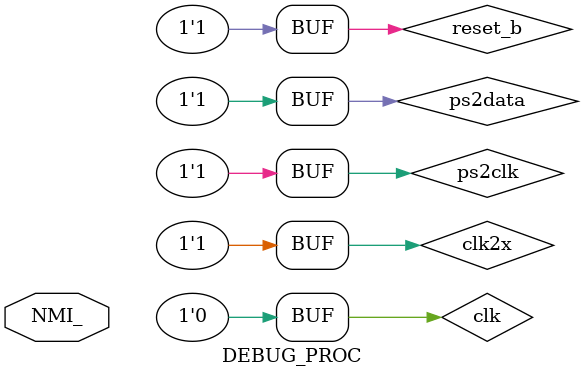
<source format=v>
module DEBUG_PROC(NMI_);

input NMI_;
wire INT_;

reg clk, clk2x, reset_b;

// data mem interface
wire WAIT_b;
wire WR_, RD_, MREQ_, IORQ_;
wire [7:0] Data_CPU_other;
wire [7:0] Data_other_CPU;
wire [15:0] Addr;

// fetch mem interface
wire WAIT_F_b;
wire Flush_b, FHRQ_b;
wire [7:0] Data_F;
wire [15:0] Addr_F;

// debug
wire [38:0] DEBUG_uop;
wire [15:0] DEBUG_seqNPC;
wire [223:0] DEBUG_RF_dump;
wire DEBUG_pipe_stall, DEBUG_taken;
wire [15:0] DEBUG_Addr;
wire [7:0] DEBUG_Rdata, DEBUG_Wdata;
wire [38:0] DEBUG_uop_xlator;
wire [8*34-1:0] outstring_xlator;

// memory
	// left bank memory signals --
	wire [18:0] la;
	wire [7:0] ld;		// tristate in/out data port
	wire lceb, loeb, lweb;
	
	// right bank memory signals --
	wire [18:0] ra;
	wire [7:0] rd; 	// tristate in/out data port
	wire rceb, roeb, rweb;
		
	wire [13:0] Addr_VDP_MPU;	// Addr bus from VDP to MPU
	wire [7:0] Data_VDP_MPU;	// Data bus from VDP to MPU
	wire [7:0] Data_MPU_VDP;	// Data bus from MPU to VDP
	wire RD_VDP_b, WR_VDP_b, WAIT_VDP_MPU_b; // read/write/wait between VDP and MPU
	
	wire WAIT_MPU_b, WAIT_VDP_b;	// wait from MPU and VDP to CPU
	assign WAIT_b = WAIT_MPU_b & WAIT_VDP_b;	// wait goes into CPU

	// VDP *******************************************************
	//assign Addr_VDP_MPU = 14'b0;
	//assign Data_VDP_MPU = 8'b0;
	// Data_MPU_VDP;
	//assign RD_VDP_b = 1;
	//assign WR_VDP_b = 1;
	// WAIT_VDP_MPU_b;
	//assign WAIT_VDP_b = 1;
	
	//assign rceb = 1;
	//assign roeb = 1;
	//assign rweb = 1;
	//assign ra = 19'b0;
	//assign rd = 8'bz;

	wire hsyncb,vsyncb,blankb,pixelclk,wrb, rdb,trste;
	wire	[7:0]	d;
	wire	[2:0]	rs;
	wire    [7:0]   NULL0, NULL1;
	VDP_top_level VDP_top_inst(.clk(clk),
	.clk2x(clk2x),
	.reset_(reset_b),
	.IN_DATA(Data_MPU_VDP),
	.wait_M_(WAIT_VDP_MPU_b),
	.CPU_Addr(Addr),
	.CPU_Data(Data_CPU_other),
	.CPU_Data_out(Data_other_CPU/*NULL0*/),
        .IORQ_(IORQ_),
        .WR_(WR_),
        .RD_(RD_),
        .addr_M(Addr_VDP_MPU),
        .WR_Mb(WR_VDP_b),
	.RD_Mb(RD_VDP_b),
	.DATA_WR(Data_VDP_MPU),
	.WAIT_(WAIT_VDP_b),
	.INT_(INT_),
	.hsyncb(hsyncb),
	.vsyncb(vsyncb),
	.blankb(blankb),
	.pixelclk(pixelclk),		//RAMDAC
	.wrb(wrb),
	.rdb(rdb),
	.rs(rs),
	.d(d),
	.trste(trste),				//RAMDAC
	.OEb(roeb),
	.CEb(rceb),
	.WEb(rweb),
	.R_DATA(rd),
	.RIGHT_ADDR(ra)
	);	

//*************************************************************************** processor
Processor PROC  (.CLK(clk), .RESET_B(reset_b), .WAIT_B(WAIT_b)
                , .WR_B(WR_), .RD_B(RD_), .MREQ_B(MREQ_)
                , .IORQ_B(IORQ_), .NMI_B(NMI_), .INT_B(INT_)
                , .DATA_OUT(Data_CPU_other), .DATA_IN(Data_other_CPU), .ADDR(Addr)
                 // fetch side signals
                , .WAIT_F_B(WAIT_F_b), .FLUSH_B(Flush_b), .FHRQ_B(FHRQ_b)
                , .DATA_FETCH(Data_F), .ADDR_FETCH(Addr_F)
// debug
, .DEBUG_UOP_OUT(DEBUG_uop), .DEBUG_SEQNPC_OUT(DEBUG_seqNPC)
, .DEBUG_RF_DUMP(DEBUG_RF_dump), .DEBUG_PIPE_STALL(DEBUG_pipe_stall)
, .DEBUG_TAKEN(DEBUG_taken)
, .DEBUG_ADDR_OUT(DEBUG_Addr), .DEBUG_RDATA_OUT(DEBUG_Rdata), .DEBUG_WDATA_OUT(DEBUG_Wdata)
, .DEBUG_UOP_XLATOR_OUT(DEBUG_uop_xlator)
);

//*************************************************************************** debugger for processor
DEBUG_CPUtracer TRACER (clk, ~reset_b, DEBUG_RF_dump, DEBUG_seqNPC, DEBUG_pipe_stall, DEBUG_uop, DEBUG_taken, DEBUG_Addr, DEBUG_Rdata, DEBUG_Wdata);
DEBUG_uop_decoder UOP_XLATE (outstring_xlator, DEBUG_uop_xlator);

//*************************************************************************** memory module
	MPU MPU_main
	(.RESET_b(reset_b), .CLK(clk2x), // This module uses 2x clock
	 .Addr_F(Addr_F), .Data_F(Data_F), .FHRQ_b(FHRQ_b), .Flush_b(Flush_b), .WAIT_F_b(WAIT_F_b),
	 .Addr(Addr), .Data_in(Data_CPU_other), .Data_out(Data_other_CPU),
	 .MREQ_b(MREQ_), .RD_b(RD_), .WR_b(WR_), .WAIT_b(WAIT_MPU_b),
	 .Addr_VDP(Addr_VDP_MPU), .Data_VDP_in(Data_VDP_MPU), .Data_VDP_out(Data_MPU_VDP),
	 .RD_VDP_b(RD_VDP_b), .WR_VDP_b(WR_VDP_b), .WAIT_VDP_b(WAIT_VDP_MPU_b),
	 .Addr_SRAM(la), .Data_SRAM(ld), .ceb(lceb), .oeb(loeb), .web(lweb));	

//*************************************************************************** joy pad
	wire ps2clk, ps2data;
	assign ps2clk = 1'b1;
	assign ps2data = 1'b1;
        Joypad_controller JPC_main
	(.clk(clk), .reset_b(reset_b), .addr(Addr), .data_in(Data_other_CPU /*NULL1*/), 
	 .data_out(Data_CPU_other), .read(~RD_), .write(~WR_), .iorq(~IORQ_), 
	 .ps2_clk(ps2clk), .ps2_data(ps2data)) ;	
	
//*************************************************************************** sram
	SRAM SRAM_L(la, ld, lceb, loeb, lweb, reset_b);
	
	SRAM SRAM_R(ra, rd, rceb, roeb, rweb, reset_b);
	
	
// main clock 12.5Mhz
always
begin
    #0	  clk = 0;
    #40   clk = 1;
    #40   clk = 0;
end

// 2x clock  25Mhz
always
begin
    #0	  clk2x = 1;
    #20   clk2x = 0;
    #20   clk2x = 1;
end

// reset
initial
begin
    #0    reset_b = 0;
    #150  reset_b = 1;
end

endmodule

</source>
